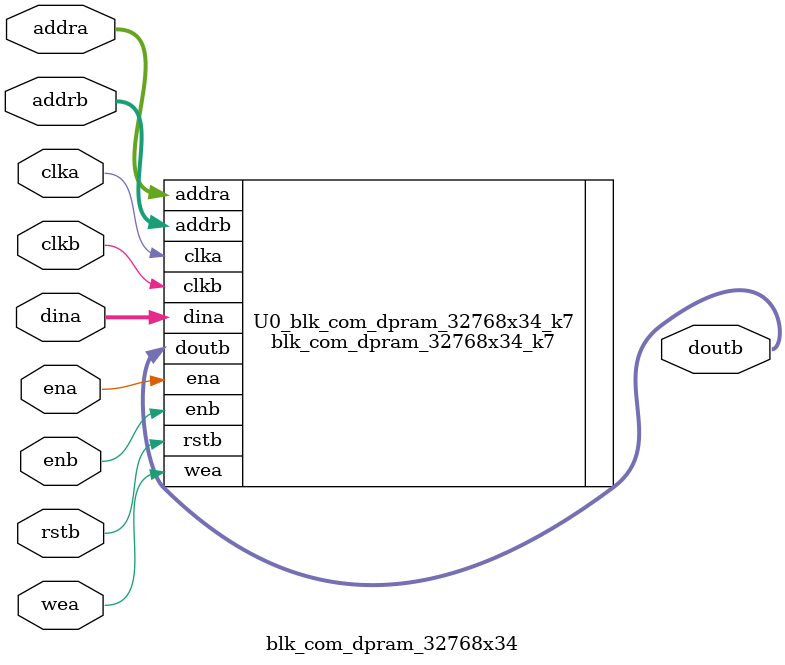
<source format=v>
`timescale 1ns/100ps

module blk_com_dpram_32768x34(
input           clka ,
input           ena  ,
input  [0 : 0]  wea  ,
input  [14 : 0] addra,
input  [33 : 0] dina ,
input           clkb ,
input           rstb ,
input           enb  ,
input  [14 : 0] addrb,

output [33 : 0] doutb
);

wire [33 : 0] S_doutb;

///`ifdef Xilinx_K7    ////blk_dpram_32768x34_k7_funcsim
blk_com_dpram_32768x34_k7 U0_blk_com_dpram_32768x34_k7(
.clka    (clka   ),
.ena     (ena    ),
.wea     (wea    ),
.addra   (addra  ),
.dina    (dina   ),
.clkb    (clkb   ),
.enb     (enb    ),
.rstb    (rstb   ),
.addrb   (addrb  ),
.doutb   (doutb  )
);
///`endif
///`ifdef Xilinx_S6
///dpram_32768x34_xilinx U0_xgmii_delay_dpram(
///.clka    (clka   ),
///.ena     (ena    ),
///.wea     (wea    ),
///.addra   (addra  ),
///.dina    (dina   ),
///.enb     (enb    ),
///.clkb    (clkb   ),
///.rstb    (rstb   ),
///.addrb   (addrb  ),
///.doutb   (doutb  )
///);


///`endif



endmodule
</source>
